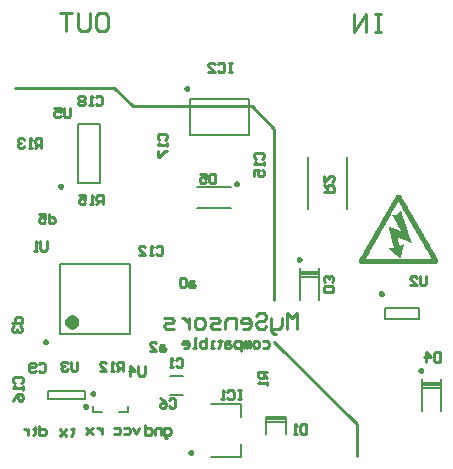
<source format=gbo>
%FSTAX25Y25*%
%MOIN*%
%SFA1B1*%

%IPPOS*%
%ADD29C,0.010000*%
%ADD33C,0.023600*%
%ADD70C,0.007900*%
%ADD71C,0.009800*%
%LNsocket_39x37-1*%
%LPD*%
G36*
X022876Y019057D02*
X022906D01*
Y019041*
X022922*
Y019026*
Y019011*
X022937*
Y018996*
Y01898*
X022952*
Y018965*
X022967*
Y01895*
Y018934*
X022983*
Y018919*
Y018904*
X022998*
Y018889*
X023013*
Y018873*
Y018858*
X023028*
Y018843*
Y018828*
X023044*
Y018812*
Y018797*
X023059*
Y018782*
X023074*
Y018766*
Y018751*
X02309*
Y018736*
Y018721*
X023105*
Y018705*
Y01869*
X02312*
Y018675*
X023135*
Y01866*
Y018644*
X023151*
Y018629*
Y018614*
X023166*
Y018599*
X023181*
Y018583*
Y018568*
X023196*
Y018553*
Y018537*
X023212*
Y018522*
Y018507*
X023227*
Y018492*
X023242*
Y018476*
Y018461*
X023258*
Y018446*
Y018431*
X023273*
Y018415*
Y0184*
X023288*
Y018385*
X023303*
Y018369*
Y018354*
X023319*
Y018339*
Y018324*
X023334*
Y018308*
X023349*
Y018293*
Y018278*
X023364*
Y018263*
Y018247*
X02338*
Y018232*
Y018217*
X023395*
Y018202*
X02341*
Y018186*
Y018171*
X023425*
Y018156*
Y01814*
X023441*
Y018125*
Y01811*
X023456*
Y018095*
X023471*
Y018079*
Y018064*
X023487*
Y018049*
Y018034*
X023502*
Y018018*
X023517*
Y018003*
Y017988*
X023532*
Y017973*
Y017957*
X023548*
Y017942*
Y017927*
X023563*
Y017911*
X023578*
Y017896*
Y017881*
X023593*
Y017866*
Y01785*
X023609*
Y017835*
Y01782*
X023624*
Y017805*
X023639*
Y017789*
Y017774*
X023654*
Y017759*
Y017743*
X02367*
Y017728*
X023685*
Y017713*
Y017698*
X0237*
Y017682*
Y017667*
X023716*
Y017652*
Y017637*
X023731*
Y017621*
X023746*
Y017606*
Y017591*
X023761*
Y017576*
Y01756*
X023777*
Y017545*
Y01753*
X023792*
Y017514*
X023807*
Y017499*
Y017484*
X023822*
Y017469*
Y017453*
X023838*
Y017438*
X023853*
Y017423*
Y017408*
X023868*
Y017392*
Y017377*
X023884*
Y017362*
Y017346*
X023899*
Y017331*
X023914*
Y017316*
Y017301*
X023929*
Y017285*
Y01727*
X023945*
Y017255*
Y01724*
X02396*
Y017224*
X023975*
Y017209*
Y017194*
X02399*
Y017179*
Y017163*
X024006*
Y017148*
X024021*
Y017133*
Y017117*
X024036*
Y017102*
Y017087*
X024051*
Y017072*
Y017056*
X024067*
Y017041*
X024082*
Y017026*
Y017011*
X024097*
Y016995*
Y01698*
X024113*
Y016965*
Y016949*
X024128*
Y016934*
X024143*
Y016919*
Y016904*
X024158*
Y016888*
Y016873*
Y016858*
Y016843*
Y016827*
Y016812*
X024143*
Y016797*
X024128*
Y016782*
X024113*
Y016766*
X024082*
Y016751*
X021608*
Y016766*
X021563*
Y016782*
X021547*
Y016797*
X021532*
Y016812*
Y016827*
X021517*
Y016843*
Y016858*
Y016873*
Y016888*
X021532*
Y016904*
Y016919*
X021547*
Y016934*
Y016949*
X021563*
Y016965*
Y01698*
X021578*
Y016995*
X021593*
Y017011*
Y017026*
X021608*
Y017041*
Y017056*
X021624*
Y017072*
X021639*
Y017087*
Y017102*
X021654*
Y017117*
Y017133*
X02167*
Y017148*
Y017163*
X021685*
Y017179*
X0217*
Y017194*
Y017209*
X021715*
Y017224*
Y01724*
X021731*
Y017255*
Y01727*
X021746*
Y017285*
X021761*
Y017301*
Y017316*
X021776*
Y017331*
Y017346*
X021792*
Y017362*
Y017377*
X021807*
Y017392*
X021822*
Y017408*
Y017423*
X021838*
Y017438*
Y017453*
X021853*
Y017469*
Y017484*
X021868*
Y017499*
X021883*
Y017514*
Y01753*
X021899*
Y017545*
Y01756*
X021914*
Y017576*
Y017591*
X021929*
Y017606*
X021944*
Y017621*
Y017637*
X02196*
Y017652*
Y017667*
X021975*
Y017682*
X02199*
Y017698*
Y017713*
X022005*
Y017728*
Y017743*
X022021*
Y017759*
Y017774*
X022036*
Y017789*
Y017805*
X022051*
Y01782*
X022067*
Y017835*
Y01785*
X022082*
Y017866*
Y017881*
X022097*
Y017896*
X022112*
Y017911*
Y017927*
X022128*
Y017942*
Y017957*
X022143*
Y017973*
Y017988*
X022158*
Y018003*
X022173*
Y018018*
Y018034*
X022189*
Y018049*
Y018064*
X022204*
Y018079*
Y018095*
X022219*
Y01811*
X022235*
Y018125*
Y01814*
X02225*
Y018156*
Y018171*
X022265*
Y018186*
Y018202*
X02228*
Y018217*
X022296*
Y018232*
Y018247*
X022311*
Y018263*
Y018278*
X022326*
Y018293*
Y018308*
X022341*
Y018324*
X022357*
Y018339*
Y018354*
X022372*
Y018369*
Y018385*
X022387*
Y0184*
Y018415*
X022402*
Y018431*
X022418*
Y018446*
Y018461*
X022433*
Y018476*
Y018492*
X022448*
Y018507*
X022464*
Y018522*
Y018537*
X022479*
Y018553*
Y018568*
X022494*
Y018583*
Y018599*
X022509*
Y018614*
X022525*
Y018629*
Y018644*
X02254*
Y01866*
Y018675*
X022555*
Y01869*
Y018705*
X02257*
Y018721*
X022586*
Y018736*
Y018751*
X022601*
Y018766*
Y018782*
X022616*
Y018797*
Y018812*
X022631*
Y018828*
X022647*
Y018843*
Y018858*
X022662*
Y018873*
Y018889*
X022677*
Y018904*
Y018919*
X022693*
Y018934*
X022708*
Y01895*
Y018965*
X022723*
Y01898*
Y018996*
X022738*
Y019011*
Y019026*
X022754*
Y019041*
X022769*
Y019057*
X022784*
Y019072*
X022876*
Y019057*
G37*
%LNsocket_39x37-2*%
%LPC*%
G36*
X022845Y018828D02*
X022815D01*
Y018812*
Y018797*
X022799*
Y018782*
Y018766*
X022784*
Y018751*
Y018736*
X022769*
Y018721*
X022754*
Y018705*
Y01869*
X022738*
Y018675*
Y01866*
X022723*
Y018644*
Y018629*
X022708*
Y018614*
X022693*
Y018599*
Y018583*
X022677*
Y018568*
Y018553*
X022662*
Y018537*
Y018522*
X022647*
Y018507*
X022631*
Y018492*
Y018476*
X022616*
Y018461*
Y018446*
X022601*
Y018431*
Y018415*
X022586*
Y0184*
X02257*
Y018385*
Y018369*
X022555*
Y018354*
Y018339*
X02254*
Y018324*
Y018308*
X022525*
Y018293*
X022509*
Y018278*
Y018263*
X022494*
Y018247*
Y018232*
X022479*
Y018217*
Y018202*
X022464*
Y018186*
Y018171*
X022448*
Y018156*
X022433*
Y01814*
Y018125*
X022418*
Y01811*
Y018095*
X022402*
Y018079*
Y018064*
X022387*
Y018049*
X022372*
Y018034*
Y018018*
X022357*
Y018003*
Y017988*
X022341*
Y017973*
Y017957*
X022326*
Y017942*
X022311*
Y017927*
Y017911*
X022296*
Y017896*
Y017881*
X02228*
Y017866*
Y01785*
X022265*
Y017835*
X02225*
Y01782*
Y017805*
X022235*
Y017789*
Y017774*
X022219*
Y017759*
Y017743*
X022204*
Y017728*
X022189*
Y017713*
Y017698*
X022173*
Y017682*
Y017667*
X022158*
Y017652*
Y017637*
X022143*
Y017621*
Y017606*
X022128*
Y017591*
X022112*
Y017576*
Y01756*
X022097*
Y017545*
Y01753*
X022082*
Y017514*
Y017499*
X022067*
Y017484*
X022051*
Y017469*
Y017453*
X022036*
Y017438*
Y017423*
X022021*
Y017408*
X022005*
Y017392*
Y017377*
X02199*
Y017362*
Y017346*
X021975*
Y017331*
Y017316*
X02196*
Y017301*
Y017285*
X021944*
Y01727*
X021929*
Y017255*
Y01724*
X021914*
Y017224*
Y017209*
X021899*
Y017194*
Y017179*
X021883*
Y017163*
X021868*
Y017148*
Y017133*
X021853*
Y017117*
Y017102*
X021838*
Y017087*
Y017072*
X021822*
Y017056*
Y017041*
X021807*
Y017026*
X021792*
Y017011*
Y016995*
X021776*
Y01698*
Y016965*
X021761*
Y016949*
X021746*
Y016934*
X023929*
Y016949*
Y016965*
X023914*
Y01698*
X023899*
Y016995*
Y017011*
X023884*
Y017026*
Y017041*
X023868*
Y017056*
Y017072*
X023853*
Y017087*
X023838*
Y017102*
Y017117*
X023822*
Y017133*
Y017148*
X023807*
Y017163*
Y017179*
X023792*
Y017194*
X023777*
Y017209*
Y017224*
X023761*
Y01724*
Y017255*
X023746*
Y01727*
X023731*
Y017285*
Y017301*
X023716*
Y017316*
Y017331*
X0237*
Y017346*
Y017362*
X023685*
Y017377*
X02367*
Y017392*
Y017408*
X023654*
Y017423*
Y017438*
X023639*
Y017453*
X023624*
Y017469*
Y017484*
X023609*
Y017499*
Y017514*
X023593*
Y01753*
Y017545*
X023578*
Y01756*
X023563*
Y017576*
Y017591*
X023548*
Y017606*
Y017621*
X023532*
Y017637*
Y017652*
X023517*
Y017667*
X023502*
Y017682*
Y017698*
X023487*
Y017713*
Y017728*
X023471*
Y017743*
Y017759*
X023456*
Y017774*
X023441*
Y017789*
Y017805*
X023425*
Y01782*
Y017835*
X02341*
Y01785*
X023395*
Y017866*
Y017881*
X02338*
Y017896*
Y017911*
X023364*
Y017927*
Y017942*
X023349*
Y017957*
X023334*
Y017973*
Y017988*
X023319*
Y018003*
Y018018*
X023303*
Y018034*
X023288*
Y018049*
Y018064*
X023273*
Y018079*
Y018095*
X023258*
Y01811*
Y018125*
X023242*
Y01814*
X023227*
Y018156*
Y018171*
X023212*
Y018186*
Y018202*
X023196*
Y018217*
Y018232*
X023181*
Y018247*
X023166*
Y018263*
Y018278*
X023151*
Y018293*
Y018308*
X023135*
Y018324*
Y018339*
X02312*
Y018354*
X023105*
Y018369*
Y018385*
X02309*
Y0184*
Y018415*
X023074*
Y018431*
X023059*
Y018446*
Y018461*
X023044*
Y018476*
Y018492*
X023028*
Y018507*
Y018522*
X023013*
Y018537*
X022998*
Y018553*
Y018568*
X022983*
Y018583*
Y018599*
X022967*
Y018614*
X022952*
Y018629*
Y018644*
X022937*
Y01866*
Y018675*
X022922*
Y01869*
Y018705*
X022906*
Y018721*
X022891*
Y018736*
Y018751*
X022876*
Y018766*
Y018782*
X022861*
Y018797*
Y018812*
X022845*
Y018828*
G37*
%LNsocket_39x37-3*%
%LPD*%
G36*
X022922Y018492D02*
X022937D01*
Y018476*
Y018461*
Y018446*
X022952*
Y018431*
Y018415*
Y0184*
X022967*
Y018385*
Y018369*
Y018354*
X022983*
Y018339*
Y018324*
Y018308*
X022998*
Y018293*
Y018278*
Y018263*
X023013*
Y018247*
Y018232*
Y018217*
X023028*
Y018202*
Y018186*
X023044*
Y018171*
Y018156*
Y01814*
Y018125*
X023059*
Y01811*
Y018095*
Y018079*
X023074*
Y018064*
Y018049*
Y018034*
X02309*
Y018018*
Y018003*
Y017988*
X023105*
Y017973*
Y017957*
Y017942*
X02312*
Y017927*
Y017911*
Y017896*
X023135*
Y017881*
Y017866*
Y01785*
X023151*
Y017835*
Y01782*
Y017805*
X023166*
Y017789*
Y017774*
Y017759*
X023181*
Y017743*
Y017728*
Y017713*
X023196*
Y017698*
Y017682*
Y017667*
X023212*
Y017652*
Y017637*
Y017621*
X023227*
Y017606*
Y017591*
Y017576*
X023242*
Y01756*
Y017545*
Y01753*
X023258*
Y017514*
Y017499*
Y017484*
X023273*
Y017469*
X023227*
Y017484*
X023181*
Y017499*
X023151*
Y017514*
X023105*
Y01753*
X023074*
Y017545*
X023028*
Y01756*
X022983*
Y017576*
X022952*
Y017591*
X022906*
Y017606*
X022876*
Y017621*
X02283*
Y017637*
X022799*
Y017621*
X022815*
Y017606*
Y017591*
Y017576*
Y01756*
X02283*
Y017545*
Y01753*
Y017514*
Y017499*
X022845*
Y017484*
Y017469*
Y017453*
Y017438*
X022861*
Y017423*
Y017408*
Y017392*
X022876*
Y017377*
Y017362*
Y017346*
X022891*
Y017362*
X022922*
Y017377*
X022952*
Y017392*
X022983*
Y017408*
X023013*
Y017423*
X023028*
Y017408*
Y017392*
Y017377*
X023013*
Y017362*
Y017346*
Y017331*
X022998*
Y017316*
Y017301*
Y017285*
Y01727*
X022983*
Y017255*
Y01724*
Y017224*
X022967*
Y017209*
Y017194*
Y017179*
Y017163*
X022952*
Y017148*
Y017133*
Y017117*
X022937*
Y017102*
Y017087*
Y017072*
X022922*
Y017056*
Y017041*
Y017026*
Y017011*
X022906*
Y016995*
Y01698*
Y016965*
Y016949*
X022861*
Y016965*
X022845*
Y01698*
X02283*
Y016995*
X022815*
Y017011*
X022799*
Y017026*
X022784*
Y017041*
X022769*
Y017056*
X022754*
Y017072*
X022723*
Y017087*
X022708*
Y017102*
X022693*
Y017117*
X022677*
Y017133*
X022662*
Y017148*
X022647*
Y017163*
X022631*
Y017179*
X022616*
Y017194*
X022601*
Y017209*
X02257*
Y017224*
X022555*
Y01724*
X02254*
Y017255*
X022525*
Y01727*
X022509*
Y017285*
X022601*
Y017301*
X022677*
Y017316*
Y017331*
Y017346*
X022662*
Y017362*
Y017377*
Y017392*
Y017408*
X022647*
Y017423*
Y017438*
Y017453*
Y017469*
X022631*
Y017484*
Y017499*
Y017514*
Y01753*
X022616*
Y017545*
Y01756*
Y017576*
X022601*
Y017591*
Y017606*
Y017621*
Y017637*
X022586*
Y017652*
Y017667*
Y017682*
Y017698*
X02257*
Y017713*
Y017728*
Y017743*
Y017759*
X022555*
Y017774*
Y017789*
Y017805*
Y01782*
X02254*
Y017835*
Y01785*
Y017866*
X022525*
Y017881*
Y017896*
Y017911*
Y017927*
X022509*
Y017942*
Y017957*
Y017973*
Y017988*
X022494*
Y018003*
X022525*
Y017988*
X02257*
Y017973*
X022616*
Y017957*
X022647*
Y017942*
X022693*
Y017927*
X022723*
Y017911*
X022769*
Y017896*
X022815*
Y017881*
X022845*
Y017866*
X022891*
Y01785*
X022922*
Y017866*
X022906*
Y017881*
Y017896*
X022891*
Y017911*
X022876*
Y017927*
Y017942*
X022861*
Y017957*
Y017973*
X022845*
Y017988*
Y018003*
X02283*
Y018018*
Y018034*
X022815*
Y018049*
X022799*
Y018064*
Y018079*
X022784*
Y018095*
Y01811*
X022769*
Y018125*
Y01814*
X022754*
Y018156*
Y018171*
X022738*
Y018186*
X022723*
Y018202*
Y018217*
X022708*
Y018232*
Y018247*
X022693*
Y018263*
Y018278*
X022677*
Y018293*
Y018308*
X022662*
Y018324*
X022647*
Y018339*
Y018354*
X022631*
Y018369*
Y018385*
Y0184*
X022784*
Y018415*
X022815*
Y018431*
X02283*
Y018446*
X022845*
Y018461*
X022861*
Y018476*
X022876*
Y018492*
X022891*
Y018507*
X022922*
Y018492*
G37*
G54D29*
X021457Y010354D02*
Y011417D01*
X017953Y022008D02*
X018701Y02126D01*
X013976Y022008D02*
X017953D01*
X013346Y022638D02*
X013976Y022008D01*
X010039Y022638D02*
X013346D01*
X018701Y014173D02*
X021457Y011417D01*
X018701Y015551D02*
Y02126D01*
X019449Y014606D02*
Y015118D01*
X019278Y014947*
X019108Y015118*
Y014606*
X018937Y014947D02*
Y014692D01*
X018852Y014606*
X018596*
Y014521*
X018681Y014436*
X018767*
X018596Y014606D02*
Y014947D01*
X018084Y015033D02*
X01817Y015118D01*
X01834*
X018426Y015033*
Y014947*
X01834Y014862*
X01817*
X018084Y014777*
Y014692*
X01817Y014606*
X01834*
X018426Y014692*
X017658Y014606D02*
X017829D01*
X017914Y014692*
Y014862*
X017829Y014947*
X017658*
X017573Y014862*
Y014777*
X017914*
X017402Y014606D02*
Y014947D01*
X017146*
X017061Y014862*
Y014606*
X016891D02*
X016635D01*
X016549Y014692*
X016635Y014777*
X016805*
X016891Y014862*
X016805Y014947*
X016549*
X016294Y014606D02*
X016123D01*
X016038Y014692*
Y014862*
X016123Y014947*
X016294*
X016379Y014862*
Y014692*
X016294Y014606*
X015867Y014947D02*
Y014606D01*
Y014777*
X015782Y014862*
X015697Y014947*
X015611*
X015356Y014606D02*
X0151D01*
X015015Y014692*
X0151Y014777*
X01527*
X015356Y014862*
X01527Y014947*
X015015*
X01189Y021968D02*
Y021706D01*
X011837Y021654*
X011732*
X01168Y021706*
Y021968*
X011365D02*
X011575D01*
Y021811*
X01147Y021863*
X011417*
X011365Y021811*
Y021706*
X011417Y021654*
X011522*
X011575Y021706*
X01437Y013346D02*
Y013084D01*
X014318Y013032*
X014213*
X01416Y013084*
Y013346*
X013898Y013032D02*
Y013346D01*
X014055Y013189*
X013845*
X012126Y013504D02*
Y013241D01*
X012074Y013189*
X011969*
X011916Y013241*
Y013504*
X011811Y013451D02*
X011759Y013504D01*
X011654*
X011601Y013451*
Y013399*
X011654Y013346*
X011706*
X011654*
X011601Y013294*
Y013241*
X011654Y013189*
X011759*
X011811Y013241*
X011102Y01752D02*
Y017257D01*
X01105Y017205*
X010945*
X010892Y017257*
Y01752*
X010788Y017205D02*
X010683D01*
X010735*
Y01752*
X010788Y017467*
X012976Y018744D02*
Y019059D01*
X012819*
X012766Y019006*
Y018901*
X012819Y018849*
X012976*
X012871D02*
X012766Y018744D01*
X012661D02*
X012556D01*
X012609*
Y019059*
X012661Y019006*
X012189Y019059D02*
X012399D01*
Y018901*
X012294Y018954*
X012242*
X012189Y018901*
Y018796*
X012242Y018744*
X012347*
X012399Y018796*
X010932Y020628D02*
Y020943D01*
X010774*
X010722Y02089*
Y020786*
X010774Y020733*
X010932*
X010827D02*
X010722Y020628D01*
X010617D02*
X010512D01*
X010565*
Y020943*
X010617Y02089*
X010355D02*
X010302Y020943D01*
X010197*
X010145Y02089*
Y020838*
X010197Y020786*
X01025*
X010197*
X010145Y020733*
Y020681*
X010197Y020628*
X010302*
X010355Y020681*
X013661Y013189D02*
Y013504D01*
X013504*
X013452Y013451*
Y013346*
X013504Y013294*
X013661*
X013556D02*
X013452Y013189D01*
X013347D02*
X013242D01*
X013294*
Y013504*
X013347Y013451*
X012874Y013189D02*
X013084D01*
X012874Y013399*
Y013451*
X012927Y013504*
X013032*
X013084Y013451*
X020354Y019173D02*
X020669D01*
Y019331*
X020617Y019383*
X020512*
X020459Y019331*
Y019173*
Y019278D02*
X020354Y019383D01*
Y019698D02*
Y019488D01*
X020564Y019698*
X020617*
X020669Y019646*
Y019541*
X020617Y019488*
X018465Y01315D02*
X01815D01*
Y012992*
X018202Y01294*
X018307*
X01836Y012992*
Y01315*
Y013045D02*
X018465Y01294D01*
Y012835D02*
Y01273D01*
Y012782*
X01815*
X018202Y012835*
X017283Y023464D02*
X017179D01*
X017231*
Y02315*
X017283*
X017179*
X016811Y023412D02*
X016864Y023464D01*
X016969*
X017021Y023412*
Y023202*
X016969Y02315*
X016864*
X016811Y023202*
X016496Y02315D02*
X016706D01*
X016496Y02336*
Y023412*
X016549Y023464*
X016654*
X016706Y023412*
X017598Y012559D02*
X017493D01*
X017546*
Y012244*
X017598*
X017493*
X017126Y012506D02*
X017179Y012559D01*
X017284*
X017336Y012506*
Y012297*
X017284Y012244*
X017179*
X017126Y012297*
X017021Y012244D02*
X016916D01*
X016969*
Y012559*
X017021Y012506*
X016732Y019764D02*
Y019449D01*
X016575*
X016522Y019501*
Y019711*
X016575Y019764*
X016732*
X016208D02*
X016417D01*
Y019606*
X016312Y019659*
X01626*
X016208Y019606*
Y019501*
X01626Y019449*
X016365*
X016417Y019501*
X024222Y013819D02*
Y013504D01*
X024065*
X024013Y013556*
Y013766*
X024065Y013819*
X024222*
X02375Y013504D02*
Y013819D01*
X023908Y013661*
X023698*
X020659Y015827D02*
X020344D01*
Y015984*
X020397Y016037*
X020607*
X020659Y015984*
Y015827*
X020607Y016142D02*
X020659Y016194D01*
Y016299*
X020607Y016352*
X020554*
X020502Y016299*
Y016247*
Y016299*
X020449Y016352*
X020397*
X020344Y016299*
Y016194*
X020397Y016142*
X019764Y011417D02*
Y011102D01*
X019606*
X019554Y011155*
Y011365*
X019606Y011417*
X019764*
X019449Y011102D02*
X019344D01*
X019396*
Y011417*
X019449Y011365*
X012743Y02231D02*
X012795Y022362D01*
X0129*
X012953Y02231*
Y0221*
X0129Y022047*
X012795*
X012743Y0221*
X012638Y022047D02*
X012533D01*
X012585*
Y022362*
X012638Y02231*
X012376D02*
X012323Y022362D01*
X012218*
X012166Y02231*
Y022257*
X012218Y022205*
X012166Y022152*
Y0221*
X012218Y022047*
X012323*
X012376Y0221*
Y022152*
X012323Y022205*
X012376Y022257*
Y02231*
X012323Y022205D02*
X012218D01*
X014856Y020892D02*
X014803Y020945D01*
Y02105*
X014856Y021102*
X015066*
X015118Y02105*
Y020945*
X015066Y020892*
X015118Y020787D02*
Y020683D01*
Y020735*
X014803*
X014856Y020787*
X014803Y020525D02*
Y020315D01*
X014856*
X015066Y020525*
X015118*
X010053Y012782D02*
X01Y012835D01*
Y01294*
X010053Y012992*
X010262*
X010315Y01294*
Y012835*
X010262Y012782*
X010315Y012677D02*
Y012572D01*
Y012625*
X01*
X010053Y012677*
X01Y012205D02*
X010053Y01231D01*
X010158Y012415*
X010262*
X010315Y012362*
Y012257*
X010262Y012205*
X01021*
X010158Y012257*
Y012415*
X018084Y020263D02*
X018032Y020315D01*
Y02042*
X018084Y020472*
X018294*
X018346Y02042*
Y020315*
X018294Y020263*
X018346Y020158D02*
Y020053D01*
Y020105*
X018032*
X018084Y020158*
X018032Y019685D02*
Y019895D01*
X018189*
X018137Y01979*
Y019738*
X018189Y019685*
X018294*
X018346Y019738*
Y019843*
X018294Y019895*
X014751Y01731D02*
X014803Y017362D01*
X014908*
X014961Y01731*
Y0171*
X014908Y017047*
X014803*
X014751Y0171*
X014646Y017047D02*
X014541D01*
X014593*
Y017362*
X014646Y01731*
X014173Y017047D02*
X014383D01*
X014173Y017257*
Y01731*
X014226Y017362*
X014331*
X014383Y01731*
X010841Y013413D02*
X010894Y013465D01*
X010999*
X011051Y013413*
Y013203*
X010999Y013151*
X010894*
X010841Y013203*
X010736D02*
X010684Y013151D01*
X010579*
X010526Y013203*
Y013413*
X010579Y013465*
X010684*
X010736Y013413*
Y013361*
X010684Y013308*
X010526*
X015184Y012231D02*
X015236Y012283D01*
X015341*
X015394Y012231*
Y012021*
X015341Y011968*
X015236*
X015184Y012021*
X014869Y012283D02*
X014974Y012231D01*
X015079Y012126*
Y012021*
X015026Y011968*
X014921*
X014869Y012021*
Y012073*
X014921Y012126*
X015079*
X01542Y013569D02*
X015472Y013622D01*
X015577*
X01563Y013569*
Y01336*
X015577Y013307*
X015472*
X01542Y01336*
X015315Y013307D02*
X01521D01*
X015263*
Y013622*
X015315Y013569*
X02375Y016358D02*
Y016096D01*
X023698Y016043*
X023593*
X02354Y016096*
Y016358*
X023225Y016043D02*
X023435D01*
X023225Y016253*
Y016306*
X023278Y016358*
X023383*
X023435Y016306*
X018304Y014181D02*
X018461D01*
X018514Y014128*
Y014023*
X018461Y013971*
X018304*
X018146D02*
X018041D01*
X017989Y014023*
Y014128*
X018041Y014181*
X018146*
X018199Y014128*
Y014023*
X018146Y013971*
X017884D02*
Y014181D01*
X017831*
X017779Y014128*
Y013971*
Y014128*
X017727Y014181*
X017674Y014128*
Y013971*
X017569Y013866D02*
Y014181D01*
X017412*
X017359Y014128*
Y014023*
X017412Y013971*
X017569*
X017202Y014181D02*
X017097D01*
X017044Y014128*
Y013971*
X017202*
X017254Y014023*
X017202Y014076*
X017044*
X016887Y014233D02*
Y014181D01*
X016939*
X016834*
X016887*
Y014023*
X016834Y013971*
X016677D02*
X016572D01*
X016625*
Y014181*
X016677*
X016415Y014286D02*
Y013971D01*
X016257*
X016205Y014023*
Y014076*
Y014128*
X016257Y014181*
X016415*
X0161Y013971D02*
X015995D01*
X016047*
Y014286*
X0161*
X01568Y013971D02*
X015785D01*
X015837Y014023*
Y014128*
X015785Y014181*
X01568*
X015627Y014128*
Y014076*
X015837*
X010863Y011368D02*
Y011053D01*
X01102*
X011073Y011106*
Y011211*
X01102Y011263*
X010863*
X010705Y011316D02*
Y011263D01*
X010758*
X010653*
X010705*
Y011106*
X010653Y011053*
X010496Y011263D02*
Y011053D01*
Y011158*
X010443Y011211*
X010391Y011263*
X010338*
X011975Y011296D02*
Y011243D01*
X012028*
X011923*
X011975*
Y011086*
X011923Y011033*
X011765Y011243D02*
X011555Y011033D01*
X01166Y011138*
X011555Y011243*
X011765Y011033*
X012953Y011293D02*
Y011083D01*
Y011188*
X0129Y01124*
X012848Y011293*
X012795*
X012638D02*
X012428Y011083D01*
X012533Y011188*
X012428Y011293*
X012638Y011083*
X014193Y011293D02*
X014088Y011083D01*
X013983Y011293*
X013668D02*
X013826D01*
X013878Y01124*
Y011135*
X013826Y011083*
X013668*
X013353Y011293D02*
X013511D01*
X013563Y01124*
Y011135*
X013511Y011083*
X013353*
X015131Y010968D02*
X015079D01*
X015026Y01102*
Y011283*
X015184*
X015236Y01123*
Y011125*
X015184Y011073*
X015026*
X014921D02*
Y011283D01*
X014764*
X014711Y01123*
Y011073*
X014397Y011388D02*
Y011073D01*
X014554*
X014606Y011125*
Y01123*
X014554Y011283*
X014397*
X011168Y018425D02*
Y01811D01*
X011325*
X011378Y018163*
Y018268*
X011325Y01832*
X011168*
X010853Y018425D02*
X011063D01*
Y018268*
X010958Y01832*
X010906*
X010853Y018268*
Y018163*
X010906Y01811*
X011011*
X011063Y018163*
X016011Y016194D02*
X015906D01*
X015853Y016142*
Y015984*
X016011*
X016063Y016037*
X016011Y016089*
X015853*
X015748Y016247D02*
X015696Y016299D01*
X015591*
X015538Y016247*
Y016037*
X015591Y015984*
X015696*
X015748Y016037*
Y016247*
X009961Y01479D02*
X010276D01*
Y014948*
X010223Y015*
X010118*
X010066Y014948*
Y01479*
X010013Y014685D02*
X009961Y014633D01*
Y014528*
X010013Y014475*
X010066*
X010118Y014528*
Y01458*
Y014528*
X010171Y014475*
X010223*
X010276Y014528*
Y014633*
X010223Y014685*
X015026Y014068D02*
X014921D01*
X014869Y014016*
Y013858*
X015026*
X015079Y013911*
X015026Y013963*
X014869*
X014554Y013858D02*
X014764D01*
X014554Y014068*
Y014121*
X014606Y014173*
X014711*
X014764Y014121*
X022244Y025088D02*
X022044D01*
X022144*
Y024488*
X022244*
X022044*
X021744D02*
Y025088D01*
X021344Y024488*
Y025088*
X01285Y025127D02*
X01305D01*
X01315Y025027*
Y024628*
X01305Y024528*
X01285*
X01275Y024628*
Y025027*
X01285Y025127*
X01255D02*
Y024628D01*
X01245Y024528*
X01225*
X01215Y024628*
Y025127*
X01195D02*
X01155D01*
X01175*
Y024528*
G54D33*
X012067Y014823D02*
D01*
X0120667Y0148312*
X0120658Y0148394*
X0120644Y0148475*
X0120624Y0148555*
X0120598Y0148633*
X0120567Y0148709*
X0120531Y0148783*
X012049Y0148855*
X0120444Y0148923*
X0120393Y0148988*
X0120338Y0149049*
X0120279Y0149106*
X0120216Y0149159*
X0120149Y0149208*
X012008Y0149251*
X0120007Y014929*
X0119932Y0149324*
X0119854Y0149352*
X0119775Y0149374*
X0119694Y0149392*
X0119613Y0149403*
X0119531Y0149409*
X0119448*
X0119366Y0149403*
X0119285Y0149392*
X0119204Y0149374*
X0119125Y0149352*
X0119047Y0149324*
X0118972Y014929*
X01189Y0149251*
X011883Y0149208*
X0118763Y0149159*
X01187Y0149106*
X0118641Y0149049*
X0118586Y0148988*
X0118535Y0148923*
X0118489Y0148855*
X0118448Y0148783*
X0118412Y0148709*
X0118381Y0148633*
X0118355Y0148555*
X0118335Y0148475*
X0118321Y0148394*
X0118312Y0148312*
X011831Y014823*
X0118312Y0148147*
X0118321Y0148065*
X0118335Y0147984*
X0118355Y0147904*
X0118381Y0147826*
X0118412Y014775*
X0118448Y0147676*
X0118489Y0147604*
X0118535Y0147536*
X0118586Y0147471*
X0118641Y014741*
X01187Y0147353*
X0118763Y01473*
X011883Y0147251*
X01189Y0147208*
X0118972Y0147169*
X0119047Y0147135*
X0119125Y0147107*
X0119204Y0147085*
X0119285Y0147067*
X0119366Y0147056*
X0119448Y014705*
X0119531*
X0119613Y0147056*
X0119694Y0147067*
X0119775Y0147085*
X0119854Y0147107*
X0119932Y0147135*
X0120007Y0147169*
X012008Y0147208*
X0120149Y0147251*
X0120216Y01473*
X0120279Y0147353*
X0120338Y014741*
X0120393Y0147471*
X0120444Y0147536*
X012049Y0147604*
X0120531Y0147676*
X0120567Y014775*
X0120598Y0147826*
X0120624Y0147904*
X0120644Y0147984*
X0120658Y0148065*
X0120667Y0148147*
X012067Y014823*
G54D70*
X017575Y011673D02*
Y012106D01*
Y010335D02*
Y010768D01*
X016598Y012106D02*
X017575D01*
X016598Y010335D02*
X017575D01*
X021122Y018583D02*
Y020315D01*
X019823Y018583D02*
Y020315D01*
X015217Y012402D02*
X01565D01*
X015217Y013032D02*
X01565D01*
X015878Y022264D02*
X017846D01*
X015878Y021043D02*
X017846D01*
X015878D02*
Y022264D01*
X017846Y021043D02*
Y022264D01*
X016122Y019331D02*
X017264D01*
X016122Y018622D02*
X017264D01*
X019567Y016339D02*
X020197D01*
X019567Y016417D02*
X020197D01*
X019567Y016496D02*
X020197D01*
Y015571D02*
Y016634D01*
X019567Y015571D02*
Y016634D01*
X012638Y011811D02*
Y012008D01*
Y011811D02*
X012953D01*
X013819D02*
Y012008D01*
X013504Y011811D02*
X013819D01*
X011161Y012539D02*
X012382D01*
X011161Y012264D02*
X012382D01*
X011161D02*
Y012539D01*
X012382Y012264D02*
Y012539D01*
X011555Y014429D02*
Y016752D01*
X013878Y014429D02*
Y016752D01*
X011555Y014429D02*
X013878D01*
X011555Y016752D02*
X013878D01*
X012165Y021417D02*
X012874D01*
X012165Y019449D02*
X012874D01*
Y021417*
X012165Y019449D02*
Y021417D01*
X019075Y011102D02*
Y011654D01*
X018406Y011102D02*
Y011654D01*
X019075*
X018406Y011575D02*
X019075D01*
X018406Y011496D02*
X019075D01*
X022382Y015305D02*
X023524D01*
X022382Y014931D02*
Y015305D01*
Y014931D02*
X023524D01*
Y015305*
X023622Y012638D02*
X024252D01*
X023622Y012717D02*
X024252D01*
X023622Y012795D02*
X024252D01*
Y01187D02*
Y012933D01*
X023622Y01187D02*
Y012933D01*
G54D71*
X015955Y010472D02*
D01*
X0159548Y0104754*
X0159545Y0104788*
X0159539Y0104821*
X0159531Y0104855*
X015952Y0104887*
X0159507Y0104919*
X0159492Y010495*
X0159475Y0104979*
X0159456Y0105008*
X0159435Y0105034*
X0159412Y010506*
X0159387Y0105084*
X0159361Y0105106*
X0159334Y0105126*
X0159305Y0105144*
X0159274Y010516*
X0159243Y0105174*
X0159211Y0105186*
X0159178Y0105195*
X0159145Y0105202*
X0159111Y0105207*
X0159077Y0105209*
X0159042*
X0159008Y0105207*
X0158974Y0105202*
X0158941Y0105195*
X0158908Y0105186*
X0158876Y0105174*
X0158845Y010516*
X0158815Y0105144*
X0158785Y0105126*
X0158758Y0105106*
X0158732Y0105084*
X0158707Y010506*
X0158684Y0105034*
X0158663Y0105008*
X0158644Y0104979*
X0158627Y010495*
X0158612Y0104919*
X0158599Y0104887*
X0158588Y0104855*
X015858Y0104821*
X0158574Y0104788*
X0158571Y0104754*
X015857Y010472*
X0158571Y0104685*
X0158574Y0104651*
X015858Y0104618*
X0158588Y0104584*
X0158599Y0104552*
X0158612Y010452*
X0158627Y0104489*
X0158644Y010446*
X0158663Y0104431*
X0158684Y0104405*
X0158707Y0104379*
X0158732Y0104355*
X0158758Y0104333*
X0158785Y0104313*
X0158815Y0104295*
X0158845Y0104279*
X0158876Y0104265*
X0158908Y0104253*
X0158941Y0104244*
X0158974Y0104237*
X0159008Y0104232*
X0159042Y010423*
X0159077*
X0159111Y0104232*
X0159145Y0104237*
X0159178Y0104244*
X0159211Y0104253*
X0159243Y0104265*
X0159274Y0104279*
X0159305Y0104295*
X0159334Y0104313*
X0159361Y0104333*
X0159387Y0104355*
X0159412Y0104379*
X0159435Y0104405*
X0159456Y0104431*
X0159475Y010446*
X0159492Y0104489*
X0159507Y010452*
X015952Y0104552*
X0159531Y0104584*
X0159539Y0104618*
X0159545Y0104651*
X0159548Y0104685*
X015955Y010472*
X015827Y022598D02*
D01*
X0158268Y0226014*
X0158265Y0226048*
X0158259Y0226081*
X0158251Y0226115*
X015824Y0226147*
X0158227Y0226179*
X0158212Y022621*
X0158195Y0226239*
X0158176Y0226268*
X0158155Y0226294*
X0158132Y022632*
X0158107Y0226344*
X0158081Y0226366*
X0158054Y0226386*
X0158025Y0226404*
X0157994Y022642*
X0157963Y0226434*
X0157931Y0226446*
X0157898Y0226455*
X0157865Y0226462*
X0157831Y0226467*
X0157797Y0226469*
X0157762*
X0157728Y0226467*
X0157694Y0226462*
X0157661Y0226455*
X0157628Y0226446*
X0157596Y0226434*
X0157565Y022642*
X0157535Y0226404*
X0157505Y0226386*
X0157478Y0226366*
X0157452Y0226344*
X0157427Y022632*
X0157404Y0226294*
X0157383Y0226268*
X0157364Y0226239*
X0157347Y022621*
X0157332Y0226179*
X0157319Y0226147*
X0157308Y0226115*
X01573Y0226081*
X0157294Y0226048*
X0157291Y0226014*
X015729Y022598*
X0157291Y0225945*
X0157294Y0225911*
X01573Y0225878*
X0157308Y0225844*
X0157319Y0225812*
X0157332Y022578*
X0157347Y0225749*
X0157364Y022572*
X0157383Y0225691*
X0157404Y0225665*
X0157427Y0225639*
X0157452Y0225615*
X0157478Y0225593*
X0157505Y0225573*
X0157535Y0225555*
X0157565Y0225539*
X0157596Y0225525*
X0157628Y0225513*
X0157661Y0225504*
X0157694Y0225497*
X0157728Y0225492*
X0157762Y022549*
X0157797*
X0157831Y0225492*
X0157865Y0225497*
X0157898Y0225504*
X0157931Y0225513*
X0157963Y0225525*
X0157994Y0225539*
X0158025Y0225555*
X0158054Y0225573*
X0158081Y0225593*
X0158107Y0225615*
X0158132Y0225639*
X0158155Y0225665*
X0158176Y0225691*
X0158195Y022572*
X0158212Y0225749*
X0158227Y022578*
X015824Y0225812*
X0158251Y0225844*
X0158259Y0225878*
X0158265Y0225911*
X0158268Y0225945*
X015827Y022598*
X01749Y019429D02*
D01*
X0174898Y0194324*
X0174895Y0194358*
X0174889Y0194391*
X0174881Y0194425*
X017487Y0194457*
X0174857Y0194489*
X0174842Y019452*
X0174825Y0194549*
X0174806Y0194578*
X0174785Y0194604*
X0174762Y019463*
X0174737Y0194654*
X0174711Y0194676*
X0174684Y0194696*
X0174655Y0194714*
X0174624Y019473*
X0174593Y0194744*
X0174561Y0194756*
X0174528Y0194765*
X0174495Y0194772*
X0174461Y0194777*
X0174427Y0194779*
X0174392*
X0174358Y0194777*
X0174324Y0194772*
X0174291Y0194765*
X0174258Y0194756*
X0174226Y0194744*
X0174195Y019473*
X0174165Y0194714*
X0174135Y0194696*
X0174108Y0194676*
X0174082Y0194654*
X0174057Y019463*
X0174034Y0194604*
X0174013Y0194578*
X0173994Y0194549*
X0173977Y019452*
X0173962Y0194489*
X0173949Y0194457*
X0173938Y0194425*
X017393Y0194391*
X0173924Y0194358*
X0173921Y0194324*
X017392Y019429*
X0173921Y0194255*
X0173924Y0194221*
X017393Y0194188*
X0173938Y0194154*
X0173949Y0194122*
X0173962Y019409*
X0173977Y0194059*
X0173994Y019403*
X0174013Y0194001*
X0174034Y0193975*
X0174057Y0193949*
X0174082Y0193925*
X0174108Y0193903*
X0174135Y0193883*
X0174165Y0193865*
X0174195Y0193849*
X0174226Y0193835*
X0174258Y0193823*
X0174291Y0193814*
X0174324Y0193807*
X0174358Y0193802*
X0174392Y01938*
X0174427*
X0174461Y0193802*
X0174495Y0193807*
X0174528Y0193814*
X0174561Y0193823*
X0174593Y0193835*
X0174624Y0193849*
X0174655Y0193865*
X0174684Y0193883*
X0174711Y0193903*
X0174737Y0193925*
X0174762Y0193949*
X0174785Y0193975*
X0174806Y0194001*
X0174825Y019403*
X0174842Y0194059*
X0174857Y019409*
X017487Y0194122*
X0174881Y0194154*
X0174889Y0194188*
X0174895Y0194221*
X0174898Y0194255*
X01749Y019429*
X019577Y016909D02*
D01*
X0195768Y0169124*
X0195765Y0169158*
X0195759Y0169191*
X0195751Y0169225*
X019574Y0169257*
X0195727Y0169289*
X0195712Y016932*
X0195695Y0169349*
X0195676Y0169378*
X0195655Y0169404*
X0195632Y016943*
X0195607Y0169454*
X0195581Y0169476*
X0195554Y0169496*
X0195525Y0169514*
X0195494Y016953*
X0195463Y0169544*
X0195431Y0169556*
X0195398Y0169565*
X0195365Y0169572*
X0195331Y0169577*
X0195297Y0169579*
X0195262*
X0195228Y0169577*
X0195194Y0169572*
X0195161Y0169565*
X0195128Y0169556*
X0195096Y0169544*
X0195065Y016953*
X0195035Y0169514*
X0195005Y0169496*
X0194978Y0169476*
X0194952Y0169454*
X0194927Y016943*
X0194904Y0169404*
X0194883Y0169378*
X0194864Y0169349*
X0194847Y016932*
X0194832Y0169289*
X0194819Y0169257*
X0194808Y0169225*
X01948Y0169191*
X0194794Y0169158*
X0194791Y0169124*
X019479Y016909*
X0194791Y0169055*
X0194794Y0169021*
X01948Y0168988*
X0194808Y0168954*
X0194819Y0168922*
X0194832Y016889*
X0194847Y0168859*
X0194864Y016883*
X0194883Y0168801*
X0194904Y0168775*
X0194927Y0168749*
X0194952Y0168725*
X0194978Y0168703*
X0195005Y0168683*
X0195035Y0168665*
X0195065Y0168649*
X0195096Y0168635*
X0195128Y0168623*
X0195161Y0168614*
X0195194Y0168607*
X0195228Y0168602*
X0195262Y01686*
X0195297*
X0195331Y0168602*
X0195365Y0168607*
X0195398Y0168614*
X0195431Y0168623*
X0195463Y0168635*
X0195494Y0168649*
X0195525Y0168665*
X0195554Y0168683*
X0195581Y0168703*
X0195607Y0168725*
X0195632Y0168749*
X0195655Y0168775*
X0195676Y0168801*
X0195695Y016883*
X0195712Y0168859*
X0195727Y016889*
X019574Y0168922*
X0195751Y0168954*
X0195759Y0168988*
X0195765Y0169021*
X0195768Y0169055*
X019577Y016909*
X012697Y012441D02*
D01*
X0126968Y0124444*
X0126965Y0124478*
X0126959Y0124511*
X0126951Y0124545*
X012694Y0124577*
X0126927Y0124609*
X0126912Y012464*
X0126895Y0124669*
X0126876Y0124698*
X0126855Y0124724*
X0126832Y012475*
X0126807Y0124774*
X0126781Y0124796*
X0126754Y0124816*
X0126725Y0124834*
X0126694Y012485*
X0126663Y0124864*
X0126631Y0124876*
X0126598Y0124885*
X0126565Y0124892*
X0126531Y0124897*
X0126497Y0124899*
X0126462*
X0126428Y0124897*
X0126394Y0124892*
X0126361Y0124885*
X0126328Y0124876*
X0126296Y0124864*
X0126265Y012485*
X0126235Y0124834*
X0126205Y0124816*
X0126178Y0124796*
X0126152Y0124774*
X0126127Y012475*
X0126104Y0124724*
X0126083Y0124698*
X0126064Y0124669*
X0126047Y012464*
X0126032Y0124609*
X0126019Y0124577*
X0126008Y0124545*
X0126Y0124511*
X0125994Y0124478*
X0125991Y0124444*
X012599Y012441*
X0125991Y0124375*
X0125994Y0124341*
X0126Y0124308*
X0126008Y0124274*
X0126019Y0124242*
X0126032Y012421*
X0126047Y0124179*
X0126064Y012415*
X0126083Y0124121*
X0126104Y0124095*
X0126127Y0124069*
X0126152Y0124045*
X0126178Y0124023*
X0126205Y0124003*
X0126235Y0123985*
X0126265Y0123969*
X0126296Y0123955*
X0126328Y0123943*
X0126361Y0123934*
X0126394Y0123927*
X0126428Y0123922*
X0126462Y012392*
X0126497*
X0126531Y0123922*
X0126565Y0123927*
X0126598Y0123934*
X0126631Y0123943*
X0126663Y0123955*
X0126694Y0123969*
X0126725Y0123985*
X0126754Y0124003*
X0126781Y0124023*
X0126807Y0124045*
X0126832Y0124069*
X0126855Y0124095*
X0126876Y0124121*
X0126895Y012415*
X0126912Y0124179*
X0126927Y012421*
X012694Y0124242*
X0126951Y0124274*
X0126959Y0124308*
X0126965Y0124341*
X0126968Y0124375*
X012697Y012441*
X012451Y012008D02*
D01*
X0124508Y0120114*
X0124505Y0120148*
X0124499Y0120181*
X0124491Y0120215*
X012448Y0120247*
X0124467Y0120279*
X0124452Y012031*
X0124435Y0120339*
X0124416Y0120368*
X0124395Y0120394*
X0124372Y012042*
X0124347Y0120444*
X0124321Y0120466*
X0124294Y0120486*
X0124265Y0120504*
X0124234Y012052*
X0124203Y0120534*
X0124171Y0120546*
X0124138Y0120555*
X0124105Y0120562*
X0124071Y0120567*
X0124037Y0120569*
X0124002*
X0123968Y0120567*
X0123934Y0120562*
X0123901Y0120555*
X0123868Y0120546*
X0123836Y0120534*
X0123805Y012052*
X0123775Y0120504*
X0123745Y0120486*
X0123718Y0120466*
X0123692Y0120444*
X0123667Y012042*
X0123644Y0120394*
X0123623Y0120368*
X0123604Y0120339*
X0123587Y012031*
X0123572Y0120279*
X0123559Y0120247*
X0123548Y0120215*
X012354Y0120181*
X0123534Y0120148*
X0123531Y0120114*
X012353Y012008*
X0123531Y0120045*
X0123534Y0120011*
X012354Y0119978*
X0123548Y0119944*
X0123559Y0119912*
X0123572Y011988*
X0123587Y0119849*
X0123604Y011982*
X0123623Y0119791*
X0123644Y0119765*
X0123667Y0119739*
X0123692Y0119715*
X0123718Y0119693*
X0123745Y0119673*
X0123775Y0119655*
X0123805Y0119639*
X0123836Y0119625*
X0123868Y0119613*
X0123901Y0119604*
X0123934Y0119597*
X0123968Y0119592*
X0124002Y011959*
X0124037*
X0124071Y0119592*
X0124105Y0119597*
X0124138Y0119604*
X0124171Y0119613*
X0124203Y0119625*
X0124234Y0119639*
X0124265Y0119655*
X0124294Y0119673*
X0124321Y0119693*
X0124347Y0119715*
X0124372Y0119739*
X0124395Y0119765*
X0124416Y0119791*
X0124435Y011982*
X0124452Y0119849*
X0124467Y011988*
X012448Y0119912*
X0124491Y0119944*
X0124499Y0119978*
X0124505Y0120011*
X0124508Y0120045*
X012451Y012008*
X011112Y014163D02*
D01*
X0111118Y0141664*
X0111115Y0141698*
X0111109Y0141731*
X0111101Y0141765*
X011109Y0141797*
X0111077Y0141829*
X0111062Y014186*
X0111045Y0141889*
X0111026Y0141918*
X0111005Y0141944*
X0110982Y014197*
X0110957Y0141994*
X0110931Y0142016*
X0110904Y0142036*
X0110875Y0142054*
X0110844Y014207*
X0110813Y0142084*
X0110781Y0142096*
X0110748Y0142105*
X0110715Y0142112*
X0110681Y0142117*
X0110647Y0142119*
X0110612*
X0110578Y0142117*
X0110544Y0142112*
X0110511Y0142105*
X0110478Y0142096*
X0110446Y0142084*
X0110415Y014207*
X0110385Y0142054*
X0110355Y0142036*
X0110328Y0142016*
X0110302Y0141994*
X0110277Y014197*
X0110254Y0141944*
X0110233Y0141918*
X0110214Y0141889*
X0110197Y014186*
X0110182Y0141829*
X0110169Y0141797*
X0110158Y0141765*
X011015Y0141731*
X0110144Y0141698*
X0110141Y0141664*
X011014Y014163*
X0110141Y0141595*
X0110144Y0141561*
X011015Y0141528*
X0110158Y0141494*
X0110169Y0141462*
X0110182Y014143*
X0110197Y0141399*
X0110214Y014137*
X0110233Y0141341*
X0110254Y0141315*
X0110277Y0141289*
X0110302Y0141265*
X0110328Y0141243*
X0110355Y0141223*
X0110385Y0141205*
X0110415Y0141189*
X0110446Y0141175*
X0110478Y0141163*
X0110511Y0141154*
X0110544Y0141147*
X0110578Y0141142*
X0110612Y014114*
X0110647*
X0110681Y0141142*
X0110715Y0141147*
X0110748Y0141154*
X0110781Y0141163*
X0110813Y0141175*
X0110844Y0141189*
X0110875Y0141205*
X0110904Y0141223*
X0110931Y0141243*
X0110957Y0141265*
X0110982Y0141289*
X0111005Y0141315*
X0111026Y0141341*
X0111045Y014137*
X0111062Y0141399*
X0111077Y014143*
X011109Y0141462*
X0111101Y0141494*
X0111109Y0141528*
X0111115Y0141561*
X0111118Y0141595*
X011112Y014163*
X011624Y019348D02*
D01*
X0116238Y0193514*
X0116235Y0193548*
X0116229Y0193581*
X0116221Y0193615*
X011621Y0193647*
X0116197Y0193679*
X0116182Y019371*
X0116165Y0193739*
X0116146Y0193768*
X0116125Y0193794*
X0116102Y019382*
X0116077Y0193844*
X0116051Y0193866*
X0116024Y0193886*
X0115995Y0193904*
X0115964Y019392*
X0115933Y0193934*
X0115901Y0193946*
X0115868Y0193955*
X0115835Y0193962*
X0115801Y0193967*
X0115767Y0193969*
X0115732*
X0115698Y0193967*
X0115664Y0193962*
X0115631Y0193955*
X0115598Y0193946*
X0115566Y0193934*
X0115535Y019392*
X0115505Y0193904*
X0115475Y0193886*
X0115448Y0193866*
X0115422Y0193844*
X0115397Y019382*
X0115374Y0193794*
X0115353Y0193768*
X0115334Y0193739*
X0115317Y019371*
X0115302Y0193679*
X0115289Y0193647*
X0115278Y0193615*
X011527Y0193581*
X0115264Y0193548*
X0115261Y0193514*
X011526Y019348*
X0115261Y0193445*
X0115264Y0193411*
X011527Y0193378*
X0115278Y0193344*
X0115289Y0193312*
X0115302Y019328*
X0115317Y0193249*
X0115334Y019322*
X0115353Y0193191*
X0115374Y0193165*
X0115397Y0193139*
X0115422Y0193115*
X0115448Y0193093*
X0115475Y0193073*
X0115505Y0193055*
X0115535Y0193039*
X0115566Y0193025*
X0115598Y0193013*
X0115631Y0193004*
X0115664Y0192997*
X0115698Y0192992*
X0115732Y019299*
X0115767*
X0115801Y0192992*
X0115835Y0192997*
X0115868Y0193004*
X0115901Y0193013*
X0115933Y0193025*
X0115964Y0193039*
X0115995Y0193055*
X0116024Y0193073*
X0116051Y0193093*
X0116077Y0193115*
X0116102Y0193139*
X0116125Y0193165*
X0116146Y0193191*
X0116165Y019322*
X0116182Y0193249*
X0116197Y019328*
X011621Y0193312*
X0116221Y0193344*
X0116229Y0193378*
X0116235Y0193411*
X0116238Y0193445*
X011624Y019348*
X022313Y015768D02*
D01*
X0223128Y0157714*
X0223125Y0157748*
X0223119Y0157781*
X0223111Y0157815*
X02231Y0157847*
X0223087Y0157879*
X0223072Y015791*
X0223055Y0157939*
X0223036Y0157968*
X0223015Y0157994*
X0222992Y015802*
X0222967Y0158044*
X0222941Y0158066*
X0222914Y0158086*
X0222885Y0158104*
X0222854Y015812*
X0222823Y0158134*
X0222791Y0158146*
X0222758Y0158155*
X0222725Y0158162*
X0222691Y0158167*
X0222657Y0158169*
X0222622*
X0222588Y0158167*
X0222554Y0158162*
X0222521Y0158155*
X0222488Y0158146*
X0222456Y0158134*
X0222425Y015812*
X0222395Y0158104*
X0222365Y0158086*
X0222338Y0158066*
X0222312Y0158044*
X0222287Y015802*
X0222264Y0157994*
X0222243Y0157968*
X0222224Y0157939*
X0222207Y015791*
X0222192Y0157879*
X0222179Y0157847*
X0222168Y0157815*
X022216Y0157781*
X0222154Y0157748*
X0222151Y0157714*
X022215Y015768*
X0222151Y0157645*
X0222154Y0157611*
X022216Y0157578*
X0222168Y0157544*
X0222179Y0157512*
X0222192Y015748*
X0222207Y0157449*
X0222224Y015742*
X0222243Y0157391*
X0222264Y0157365*
X0222287Y0157339*
X0222312Y0157315*
X0222338Y0157293*
X0222365Y0157273*
X0222395Y0157255*
X0222425Y0157239*
X0222456Y0157225*
X0222488Y0157213*
X0222521Y0157204*
X0222554Y0157197*
X0222588Y0157192*
X0222622Y015719*
X0222657*
X0222691Y0157192*
X0222725Y0157197*
X0222758Y0157204*
X0222791Y0157213*
X0222823Y0157225*
X0222854Y0157239*
X0222885Y0157255*
X0222914Y0157273*
X0222941Y0157293*
X0222967Y0157315*
X0222992Y0157339*
X0223015Y0157365*
X0223036Y0157391*
X0223055Y015742*
X0223072Y0157449*
X0223087Y015748*
X02231Y0157512*
X0223111Y0157544*
X0223119Y0157578*
X0223125Y0157611*
X0223128Y0157645*
X022313Y015768*
X023632Y013209D02*
D01*
X0236318Y0132124*
X0236315Y0132158*
X0236309Y0132191*
X0236301Y0132225*
X023629Y0132257*
X0236277Y0132289*
X0236262Y013232*
X0236245Y0132349*
X0236226Y0132378*
X0236205Y0132404*
X0236182Y013243*
X0236157Y0132454*
X0236131Y0132476*
X0236104Y0132496*
X0236075Y0132514*
X0236044Y013253*
X0236013Y0132544*
X0235981Y0132556*
X0235948Y0132565*
X0235915Y0132572*
X0235881Y0132577*
X0235847Y0132579*
X0235812*
X0235778Y0132577*
X0235744Y0132572*
X0235711Y0132565*
X0235678Y0132556*
X0235646Y0132544*
X0235615Y013253*
X0235585Y0132514*
X0235555Y0132496*
X0235528Y0132476*
X0235502Y0132454*
X0235477Y013243*
X0235454Y0132404*
X0235433Y0132378*
X0235414Y0132349*
X0235397Y013232*
X0235382Y0132289*
X0235369Y0132257*
X0235358Y0132225*
X023535Y0132191*
X0235344Y0132158*
X0235341Y0132124*
X023534Y013209*
X0235341Y0132055*
X0235344Y0132021*
X023535Y0131988*
X0235358Y0131954*
X0235369Y0131922*
X0235382Y013189*
X0235397Y0131859*
X0235414Y013183*
X0235433Y0131801*
X0235454Y0131775*
X0235477Y0131749*
X0235502Y0131725*
X0235528Y0131703*
X0235555Y0131683*
X0235585Y0131665*
X0235615Y0131649*
X0235646Y0131635*
X0235678Y0131623*
X0235711Y0131614*
X0235744Y0131607*
X0235778Y0131602*
X0235812Y01316*
X0235847*
X0235881Y0131602*
X0235915Y0131607*
X0235948Y0131614*
X0235981Y0131623*
X0236013Y0131635*
X0236044Y0131649*
X0236075Y0131665*
X0236104Y0131683*
X0236131Y0131703*
X0236157Y0131725*
X0236182Y0131749*
X0236205Y0131775*
X0236226Y0131801*
X0236245Y013183*
X0236262Y0131859*
X0236277Y013189*
X023629Y0131922*
X0236301Y0131954*
X0236309Y0131988*
X0236315Y0132021*
X0236318Y0132055*
X023632Y013209*
M02*
</source>
